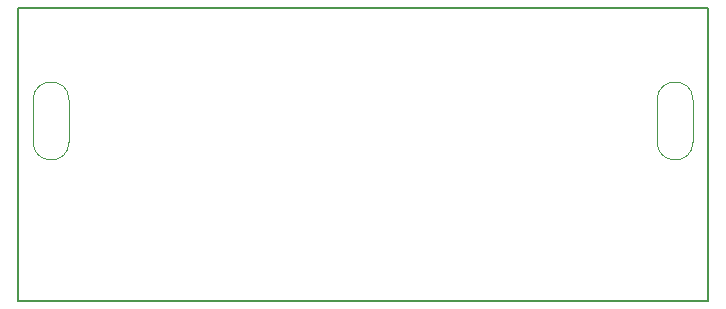
<source format=gm1>
G04 #@! TF.GenerationSoftware,KiCad,Pcbnew,(5.1.0)-1*
G04 #@! TF.CreationDate,2019-08-12T13:57:42-04:00*
G04 #@! TF.ProjectId,JP21F_to_EUROM,4a503231-465f-4746-9f5f-4555524f4d2e,rev?*
G04 #@! TF.SameCoordinates,Original*
G04 #@! TF.FileFunction,Profile,NP*
%FSLAX46Y46*%
G04 Gerber Fmt 4.6, Leading zero omitted, Abs format (unit mm)*
G04 Created by KiCad (PCBNEW (5.1.0)-1) date 2019-08-12 13:57:42*
%MOMM*%
%LPD*%
G04 APERTURE LIST*
%ADD10C,0.150000*%
%ADD11C,0.002400*%
%ADD12C,0.050000*%
G04 APERTURE END LIST*
D10*
X163000000Y-69300000D02*
X104600000Y-69300000D01*
X163000000Y-94100000D02*
X163000000Y-69300000D01*
X104600000Y-94100000D02*
X163000000Y-94100000D01*
X104600000Y-69300000D02*
X104600000Y-94100000D01*
D11*
X108908000Y-77098000D02*
X108908000Y-80654000D01*
D12*
X105860000Y-77098000D02*
G75*
G02X108908000Y-77098000I1524000J0D01*
G01*
X105860000Y-80653998D02*
G75*
G03X108908000Y-80654000I1524000J-1D01*
G01*
D11*
X105860000Y-80654000D02*
X105860000Y-77098000D01*
X161740000Y-77098000D02*
X161740000Y-80654000D01*
D12*
X158692000Y-77098000D02*
G75*
G02X161740000Y-77098000I1524000J0D01*
G01*
X158692000Y-80653998D02*
G75*
G03X161740000Y-80654000I1524000J-1D01*
G01*
D11*
X158692000Y-80654000D02*
X158692000Y-77098000D01*
M02*

</source>
